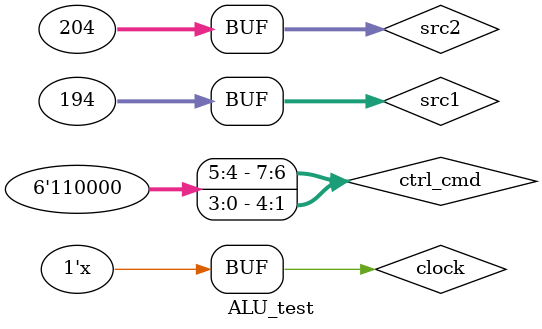
<source format=sv>
module ALU_test();

logic clock;
logic [31:0] src1, src2, Rd_out;
logic [7:0] ctrl_cmd;
logic [3:0] new_flags, current_flags;

ALU ALU_tst(src1, src2, Rd_out, ctrl_cmd, new_flags, current_flags);

always begin 
 #1 clock = ~clock;
end

initial begin
	clock = 0;
	src1 = 194;
	src2 = 204;
	ctrl_cmd[7:6] = 2'b00;
	
	ctrl_cmd[4:1] = 4'b0100;
	
	#10 ctrl_cmd[7:6] = 2'b11;
		 ctrl_cmd[3:1] = 3'b000;

end

endmodule

</source>
